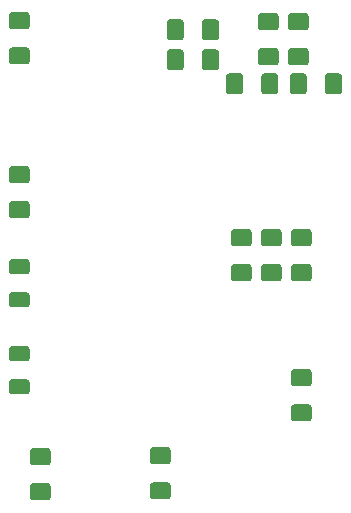
<source format=gbr>
G04 #@! TF.GenerationSoftware,KiCad,Pcbnew,5.0.2-bee76a0~70~ubuntu16.04.1*
G04 #@! TF.CreationDate,2019-03-04T23:23:01-05:00*
G04 #@! TF.ProjectId,Unified,556e6966-6965-4642-9e6b-696361645f70,rev?*
G04 #@! TF.SameCoordinates,Original*
G04 #@! TF.FileFunction,Paste,Top*
G04 #@! TF.FilePolarity,Positive*
%FSLAX46Y46*%
G04 Gerber Fmt 4.6, Leading zero omitted, Abs format (unit mm)*
G04 Created by KiCad (PCBNEW 5.0.2-bee76a0~70~ubuntu16.04.1) date Mon 04 Mar 2019 11:23:01 PM EST*
%MOMM*%
%LPD*%
G01*
G04 APERTURE LIST*
%ADD10C,0.100000*%
%ADD11C,1.425000*%
%ADD12C,1.250000*%
G04 APERTURE END LIST*
D10*
G04 #@! TO.C,C3*
G36*
X89041504Y-83870704D02*
X89065773Y-83874304D01*
X89089571Y-83880265D01*
X89112671Y-83888530D01*
X89134849Y-83899020D01*
X89155893Y-83911633D01*
X89175598Y-83926247D01*
X89193777Y-83942723D01*
X89210253Y-83960902D01*
X89224867Y-83980607D01*
X89237480Y-84001651D01*
X89247970Y-84023829D01*
X89256235Y-84046929D01*
X89262196Y-84070727D01*
X89265796Y-84094996D01*
X89267000Y-84119500D01*
X89267000Y-85044500D01*
X89265796Y-85069004D01*
X89262196Y-85093273D01*
X89256235Y-85117071D01*
X89247970Y-85140171D01*
X89237480Y-85162349D01*
X89224867Y-85183393D01*
X89210253Y-85203098D01*
X89193777Y-85221277D01*
X89175598Y-85237753D01*
X89155893Y-85252367D01*
X89134849Y-85264980D01*
X89112671Y-85275470D01*
X89089571Y-85283735D01*
X89065773Y-85289696D01*
X89041504Y-85293296D01*
X89017000Y-85294500D01*
X87767000Y-85294500D01*
X87742496Y-85293296D01*
X87718227Y-85289696D01*
X87694429Y-85283735D01*
X87671329Y-85275470D01*
X87649151Y-85264980D01*
X87628107Y-85252367D01*
X87608402Y-85237753D01*
X87590223Y-85221277D01*
X87573747Y-85203098D01*
X87559133Y-85183393D01*
X87546520Y-85162349D01*
X87536030Y-85140171D01*
X87527765Y-85117071D01*
X87521804Y-85093273D01*
X87518204Y-85069004D01*
X87517000Y-85044500D01*
X87517000Y-84119500D01*
X87518204Y-84094996D01*
X87521804Y-84070727D01*
X87527765Y-84046929D01*
X87536030Y-84023829D01*
X87546520Y-84001651D01*
X87559133Y-83980607D01*
X87573747Y-83960902D01*
X87590223Y-83942723D01*
X87608402Y-83926247D01*
X87628107Y-83911633D01*
X87649151Y-83899020D01*
X87671329Y-83888530D01*
X87694429Y-83880265D01*
X87718227Y-83874304D01*
X87742496Y-83870704D01*
X87767000Y-83869500D01*
X89017000Y-83869500D01*
X89041504Y-83870704D01*
X89041504Y-83870704D01*
G37*
D11*
X88392000Y-84582000D03*
D10*
G36*
X89041504Y-80895704D02*
X89065773Y-80899304D01*
X89089571Y-80905265D01*
X89112671Y-80913530D01*
X89134849Y-80924020D01*
X89155893Y-80936633D01*
X89175598Y-80951247D01*
X89193777Y-80967723D01*
X89210253Y-80985902D01*
X89224867Y-81005607D01*
X89237480Y-81026651D01*
X89247970Y-81048829D01*
X89256235Y-81071929D01*
X89262196Y-81095727D01*
X89265796Y-81119996D01*
X89267000Y-81144500D01*
X89267000Y-82069500D01*
X89265796Y-82094004D01*
X89262196Y-82118273D01*
X89256235Y-82142071D01*
X89247970Y-82165171D01*
X89237480Y-82187349D01*
X89224867Y-82208393D01*
X89210253Y-82228098D01*
X89193777Y-82246277D01*
X89175598Y-82262753D01*
X89155893Y-82277367D01*
X89134849Y-82289980D01*
X89112671Y-82300470D01*
X89089571Y-82308735D01*
X89065773Y-82314696D01*
X89041504Y-82318296D01*
X89017000Y-82319500D01*
X87767000Y-82319500D01*
X87742496Y-82318296D01*
X87718227Y-82314696D01*
X87694429Y-82308735D01*
X87671329Y-82300470D01*
X87649151Y-82289980D01*
X87628107Y-82277367D01*
X87608402Y-82262753D01*
X87590223Y-82246277D01*
X87573747Y-82228098D01*
X87559133Y-82208393D01*
X87546520Y-82187349D01*
X87536030Y-82165171D01*
X87527765Y-82142071D01*
X87521804Y-82118273D01*
X87518204Y-82094004D01*
X87517000Y-82069500D01*
X87517000Y-81144500D01*
X87518204Y-81119996D01*
X87521804Y-81095727D01*
X87527765Y-81071929D01*
X87536030Y-81048829D01*
X87546520Y-81026651D01*
X87559133Y-81005607D01*
X87573747Y-80985902D01*
X87590223Y-80967723D01*
X87608402Y-80951247D01*
X87628107Y-80936633D01*
X87649151Y-80924020D01*
X87671329Y-80913530D01*
X87694429Y-80905265D01*
X87718227Y-80899304D01*
X87742496Y-80895704D01*
X87767000Y-80894500D01*
X89017000Y-80894500D01*
X89041504Y-80895704D01*
X89041504Y-80895704D01*
G37*
D11*
X88392000Y-81607000D03*
G04 #@! TD*
D10*
G04 #@! TO.C,D1*
G36*
X110123504Y-67941704D02*
X110147773Y-67945304D01*
X110171571Y-67951265D01*
X110194671Y-67959530D01*
X110216849Y-67970020D01*
X110237893Y-67982633D01*
X110257598Y-67997247D01*
X110275777Y-68013723D01*
X110292253Y-68031902D01*
X110306867Y-68051607D01*
X110319480Y-68072651D01*
X110329970Y-68094829D01*
X110338235Y-68117929D01*
X110344196Y-68141727D01*
X110347796Y-68165996D01*
X110349000Y-68190500D01*
X110349000Y-69115500D01*
X110347796Y-69140004D01*
X110344196Y-69164273D01*
X110338235Y-69188071D01*
X110329970Y-69211171D01*
X110319480Y-69233349D01*
X110306867Y-69254393D01*
X110292253Y-69274098D01*
X110275777Y-69292277D01*
X110257598Y-69308753D01*
X110237893Y-69323367D01*
X110216849Y-69335980D01*
X110194671Y-69346470D01*
X110171571Y-69354735D01*
X110147773Y-69360696D01*
X110123504Y-69364296D01*
X110099000Y-69365500D01*
X108849000Y-69365500D01*
X108824496Y-69364296D01*
X108800227Y-69360696D01*
X108776429Y-69354735D01*
X108753329Y-69346470D01*
X108731151Y-69335980D01*
X108710107Y-69323367D01*
X108690402Y-69308753D01*
X108672223Y-69292277D01*
X108655747Y-69274098D01*
X108641133Y-69254393D01*
X108628520Y-69233349D01*
X108618030Y-69211171D01*
X108609765Y-69188071D01*
X108603804Y-69164273D01*
X108600204Y-69140004D01*
X108599000Y-69115500D01*
X108599000Y-68190500D01*
X108600204Y-68165996D01*
X108603804Y-68141727D01*
X108609765Y-68117929D01*
X108618030Y-68094829D01*
X108628520Y-68072651D01*
X108641133Y-68051607D01*
X108655747Y-68031902D01*
X108672223Y-68013723D01*
X108690402Y-67997247D01*
X108710107Y-67982633D01*
X108731151Y-67970020D01*
X108753329Y-67959530D01*
X108776429Y-67951265D01*
X108800227Y-67945304D01*
X108824496Y-67941704D01*
X108849000Y-67940500D01*
X110099000Y-67940500D01*
X110123504Y-67941704D01*
X110123504Y-67941704D01*
G37*
D11*
X109474000Y-68653000D03*
D10*
G36*
X110123504Y-70916704D02*
X110147773Y-70920304D01*
X110171571Y-70926265D01*
X110194671Y-70934530D01*
X110216849Y-70945020D01*
X110237893Y-70957633D01*
X110257598Y-70972247D01*
X110275777Y-70988723D01*
X110292253Y-71006902D01*
X110306867Y-71026607D01*
X110319480Y-71047651D01*
X110329970Y-71069829D01*
X110338235Y-71092929D01*
X110344196Y-71116727D01*
X110347796Y-71140996D01*
X110349000Y-71165500D01*
X110349000Y-72090500D01*
X110347796Y-72115004D01*
X110344196Y-72139273D01*
X110338235Y-72163071D01*
X110329970Y-72186171D01*
X110319480Y-72208349D01*
X110306867Y-72229393D01*
X110292253Y-72249098D01*
X110275777Y-72267277D01*
X110257598Y-72283753D01*
X110237893Y-72298367D01*
X110216849Y-72310980D01*
X110194671Y-72321470D01*
X110171571Y-72329735D01*
X110147773Y-72335696D01*
X110123504Y-72339296D01*
X110099000Y-72340500D01*
X108849000Y-72340500D01*
X108824496Y-72339296D01*
X108800227Y-72335696D01*
X108776429Y-72329735D01*
X108753329Y-72321470D01*
X108731151Y-72310980D01*
X108710107Y-72298367D01*
X108690402Y-72283753D01*
X108672223Y-72267277D01*
X108655747Y-72249098D01*
X108641133Y-72229393D01*
X108628520Y-72208349D01*
X108618030Y-72186171D01*
X108609765Y-72163071D01*
X108603804Y-72139273D01*
X108600204Y-72115004D01*
X108599000Y-72090500D01*
X108599000Y-71165500D01*
X108600204Y-71140996D01*
X108603804Y-71116727D01*
X108609765Y-71092929D01*
X108618030Y-71069829D01*
X108628520Y-71047651D01*
X108641133Y-71026607D01*
X108655747Y-71006902D01*
X108672223Y-70988723D01*
X108690402Y-70972247D01*
X108710107Y-70957633D01*
X108731151Y-70945020D01*
X108753329Y-70934530D01*
X108776429Y-70926265D01*
X108800227Y-70920304D01*
X108824496Y-70916704D01*
X108849000Y-70915500D01*
X110099000Y-70915500D01*
X110123504Y-70916704D01*
X110123504Y-70916704D01*
G37*
D11*
X109474000Y-71628000D03*
G04 #@! TD*
D10*
G04 #@! TO.C,R1*
G36*
X107113004Y-73040204D02*
X107137273Y-73043804D01*
X107161071Y-73049765D01*
X107184171Y-73058030D01*
X107206349Y-73068520D01*
X107227393Y-73081133D01*
X107247098Y-73095747D01*
X107265277Y-73112223D01*
X107281753Y-73130402D01*
X107296367Y-73150107D01*
X107308980Y-73171151D01*
X107319470Y-73193329D01*
X107327735Y-73216429D01*
X107333696Y-73240227D01*
X107337296Y-73264496D01*
X107338500Y-73289000D01*
X107338500Y-74539000D01*
X107337296Y-74563504D01*
X107333696Y-74587773D01*
X107327735Y-74611571D01*
X107319470Y-74634671D01*
X107308980Y-74656849D01*
X107296367Y-74677893D01*
X107281753Y-74697598D01*
X107265277Y-74715777D01*
X107247098Y-74732253D01*
X107227393Y-74746867D01*
X107206349Y-74759480D01*
X107184171Y-74769970D01*
X107161071Y-74778235D01*
X107137273Y-74784196D01*
X107113004Y-74787796D01*
X107088500Y-74789000D01*
X106163500Y-74789000D01*
X106138996Y-74787796D01*
X106114727Y-74784196D01*
X106090929Y-74778235D01*
X106067829Y-74769970D01*
X106045651Y-74759480D01*
X106024607Y-74746867D01*
X106004902Y-74732253D01*
X105986723Y-74715777D01*
X105970247Y-74697598D01*
X105955633Y-74677893D01*
X105943020Y-74656849D01*
X105932530Y-74634671D01*
X105924265Y-74611571D01*
X105918304Y-74587773D01*
X105914704Y-74563504D01*
X105913500Y-74539000D01*
X105913500Y-73289000D01*
X105914704Y-73264496D01*
X105918304Y-73240227D01*
X105924265Y-73216429D01*
X105932530Y-73193329D01*
X105943020Y-73171151D01*
X105955633Y-73150107D01*
X105970247Y-73130402D01*
X105986723Y-73112223D01*
X106004902Y-73095747D01*
X106024607Y-73081133D01*
X106045651Y-73068520D01*
X106067829Y-73058030D01*
X106090929Y-73049765D01*
X106114727Y-73043804D01*
X106138996Y-73040204D01*
X106163500Y-73039000D01*
X107088500Y-73039000D01*
X107113004Y-73040204D01*
X107113004Y-73040204D01*
G37*
D11*
X106626000Y-73914000D03*
D10*
G36*
X110088004Y-73040204D02*
X110112273Y-73043804D01*
X110136071Y-73049765D01*
X110159171Y-73058030D01*
X110181349Y-73068520D01*
X110202393Y-73081133D01*
X110222098Y-73095747D01*
X110240277Y-73112223D01*
X110256753Y-73130402D01*
X110271367Y-73150107D01*
X110283980Y-73171151D01*
X110294470Y-73193329D01*
X110302735Y-73216429D01*
X110308696Y-73240227D01*
X110312296Y-73264496D01*
X110313500Y-73289000D01*
X110313500Y-74539000D01*
X110312296Y-74563504D01*
X110308696Y-74587773D01*
X110302735Y-74611571D01*
X110294470Y-74634671D01*
X110283980Y-74656849D01*
X110271367Y-74677893D01*
X110256753Y-74697598D01*
X110240277Y-74715777D01*
X110222098Y-74732253D01*
X110202393Y-74746867D01*
X110181349Y-74759480D01*
X110159171Y-74769970D01*
X110136071Y-74778235D01*
X110112273Y-74784196D01*
X110088004Y-74787796D01*
X110063500Y-74789000D01*
X109138500Y-74789000D01*
X109113996Y-74787796D01*
X109089727Y-74784196D01*
X109065929Y-74778235D01*
X109042829Y-74769970D01*
X109020651Y-74759480D01*
X108999607Y-74746867D01*
X108979902Y-74732253D01*
X108961723Y-74715777D01*
X108945247Y-74697598D01*
X108930633Y-74677893D01*
X108918020Y-74656849D01*
X108907530Y-74634671D01*
X108899265Y-74611571D01*
X108893304Y-74587773D01*
X108889704Y-74563504D01*
X108888500Y-74539000D01*
X108888500Y-73289000D01*
X108889704Y-73264496D01*
X108893304Y-73240227D01*
X108899265Y-73216429D01*
X108907530Y-73193329D01*
X108918020Y-73171151D01*
X108930633Y-73150107D01*
X108945247Y-73130402D01*
X108961723Y-73112223D01*
X108979902Y-73095747D01*
X108999607Y-73081133D01*
X109020651Y-73068520D01*
X109042829Y-73058030D01*
X109065929Y-73049765D01*
X109089727Y-73043804D01*
X109113996Y-73040204D01*
X109138500Y-73039000D01*
X110063500Y-73039000D01*
X110088004Y-73040204D01*
X110088004Y-73040204D01*
G37*
D11*
X109601000Y-73914000D03*
G04 #@! TD*
D10*
G04 #@! TO.C,R2*
G36*
X89041504Y-70843704D02*
X89065773Y-70847304D01*
X89089571Y-70853265D01*
X89112671Y-70861530D01*
X89134849Y-70872020D01*
X89155893Y-70884633D01*
X89175598Y-70899247D01*
X89193777Y-70915723D01*
X89210253Y-70933902D01*
X89224867Y-70953607D01*
X89237480Y-70974651D01*
X89247970Y-70996829D01*
X89256235Y-71019929D01*
X89262196Y-71043727D01*
X89265796Y-71067996D01*
X89267000Y-71092500D01*
X89267000Y-72017500D01*
X89265796Y-72042004D01*
X89262196Y-72066273D01*
X89256235Y-72090071D01*
X89247970Y-72113171D01*
X89237480Y-72135349D01*
X89224867Y-72156393D01*
X89210253Y-72176098D01*
X89193777Y-72194277D01*
X89175598Y-72210753D01*
X89155893Y-72225367D01*
X89134849Y-72237980D01*
X89112671Y-72248470D01*
X89089571Y-72256735D01*
X89065773Y-72262696D01*
X89041504Y-72266296D01*
X89017000Y-72267500D01*
X87767000Y-72267500D01*
X87742496Y-72266296D01*
X87718227Y-72262696D01*
X87694429Y-72256735D01*
X87671329Y-72248470D01*
X87649151Y-72237980D01*
X87628107Y-72225367D01*
X87608402Y-72210753D01*
X87590223Y-72194277D01*
X87573747Y-72176098D01*
X87559133Y-72156393D01*
X87546520Y-72135349D01*
X87536030Y-72113171D01*
X87527765Y-72090071D01*
X87521804Y-72066273D01*
X87518204Y-72042004D01*
X87517000Y-72017500D01*
X87517000Y-71092500D01*
X87518204Y-71067996D01*
X87521804Y-71043727D01*
X87527765Y-71019929D01*
X87536030Y-70996829D01*
X87546520Y-70974651D01*
X87559133Y-70953607D01*
X87573747Y-70933902D01*
X87590223Y-70915723D01*
X87608402Y-70899247D01*
X87628107Y-70884633D01*
X87649151Y-70872020D01*
X87671329Y-70861530D01*
X87694429Y-70853265D01*
X87718227Y-70847304D01*
X87742496Y-70843704D01*
X87767000Y-70842500D01*
X89017000Y-70842500D01*
X89041504Y-70843704D01*
X89041504Y-70843704D01*
G37*
D11*
X88392000Y-71555000D03*
D10*
G36*
X89041504Y-67868704D02*
X89065773Y-67872304D01*
X89089571Y-67878265D01*
X89112671Y-67886530D01*
X89134849Y-67897020D01*
X89155893Y-67909633D01*
X89175598Y-67924247D01*
X89193777Y-67940723D01*
X89210253Y-67958902D01*
X89224867Y-67978607D01*
X89237480Y-67999651D01*
X89247970Y-68021829D01*
X89256235Y-68044929D01*
X89262196Y-68068727D01*
X89265796Y-68092996D01*
X89267000Y-68117500D01*
X89267000Y-69042500D01*
X89265796Y-69067004D01*
X89262196Y-69091273D01*
X89256235Y-69115071D01*
X89247970Y-69138171D01*
X89237480Y-69160349D01*
X89224867Y-69181393D01*
X89210253Y-69201098D01*
X89193777Y-69219277D01*
X89175598Y-69235753D01*
X89155893Y-69250367D01*
X89134849Y-69262980D01*
X89112671Y-69273470D01*
X89089571Y-69281735D01*
X89065773Y-69287696D01*
X89041504Y-69291296D01*
X89017000Y-69292500D01*
X87767000Y-69292500D01*
X87742496Y-69291296D01*
X87718227Y-69287696D01*
X87694429Y-69281735D01*
X87671329Y-69273470D01*
X87649151Y-69262980D01*
X87628107Y-69250367D01*
X87608402Y-69235753D01*
X87590223Y-69219277D01*
X87573747Y-69201098D01*
X87559133Y-69181393D01*
X87546520Y-69160349D01*
X87536030Y-69138171D01*
X87527765Y-69115071D01*
X87521804Y-69091273D01*
X87518204Y-69067004D01*
X87517000Y-69042500D01*
X87517000Y-68117500D01*
X87518204Y-68092996D01*
X87521804Y-68068727D01*
X87527765Y-68044929D01*
X87536030Y-68021829D01*
X87546520Y-67999651D01*
X87559133Y-67978607D01*
X87573747Y-67958902D01*
X87590223Y-67940723D01*
X87608402Y-67924247D01*
X87628107Y-67909633D01*
X87649151Y-67897020D01*
X87671329Y-67886530D01*
X87694429Y-67878265D01*
X87718227Y-67872304D01*
X87742496Y-67868704D01*
X87767000Y-67867500D01*
X89017000Y-67867500D01*
X89041504Y-67868704D01*
X89041504Y-67868704D01*
G37*
D11*
X88392000Y-68580000D03*
G04 #@! TD*
D10*
G04 #@! TO.C,R3*
G36*
X90819504Y-104771704D02*
X90843773Y-104775304D01*
X90867571Y-104781265D01*
X90890671Y-104789530D01*
X90912849Y-104800020D01*
X90933893Y-104812633D01*
X90953598Y-104827247D01*
X90971777Y-104843723D01*
X90988253Y-104861902D01*
X91002867Y-104881607D01*
X91015480Y-104902651D01*
X91025970Y-104924829D01*
X91034235Y-104947929D01*
X91040196Y-104971727D01*
X91043796Y-104995996D01*
X91045000Y-105020500D01*
X91045000Y-105945500D01*
X91043796Y-105970004D01*
X91040196Y-105994273D01*
X91034235Y-106018071D01*
X91025970Y-106041171D01*
X91015480Y-106063349D01*
X91002867Y-106084393D01*
X90988253Y-106104098D01*
X90971777Y-106122277D01*
X90953598Y-106138753D01*
X90933893Y-106153367D01*
X90912849Y-106165980D01*
X90890671Y-106176470D01*
X90867571Y-106184735D01*
X90843773Y-106190696D01*
X90819504Y-106194296D01*
X90795000Y-106195500D01*
X89545000Y-106195500D01*
X89520496Y-106194296D01*
X89496227Y-106190696D01*
X89472429Y-106184735D01*
X89449329Y-106176470D01*
X89427151Y-106165980D01*
X89406107Y-106153367D01*
X89386402Y-106138753D01*
X89368223Y-106122277D01*
X89351747Y-106104098D01*
X89337133Y-106084393D01*
X89324520Y-106063349D01*
X89314030Y-106041171D01*
X89305765Y-106018071D01*
X89299804Y-105994273D01*
X89296204Y-105970004D01*
X89295000Y-105945500D01*
X89295000Y-105020500D01*
X89296204Y-104995996D01*
X89299804Y-104971727D01*
X89305765Y-104947929D01*
X89314030Y-104924829D01*
X89324520Y-104902651D01*
X89337133Y-104881607D01*
X89351747Y-104861902D01*
X89368223Y-104843723D01*
X89386402Y-104827247D01*
X89406107Y-104812633D01*
X89427151Y-104800020D01*
X89449329Y-104789530D01*
X89472429Y-104781265D01*
X89496227Y-104775304D01*
X89520496Y-104771704D01*
X89545000Y-104770500D01*
X90795000Y-104770500D01*
X90819504Y-104771704D01*
X90819504Y-104771704D01*
G37*
D11*
X90170000Y-105483000D03*
D10*
G36*
X90819504Y-107746704D02*
X90843773Y-107750304D01*
X90867571Y-107756265D01*
X90890671Y-107764530D01*
X90912849Y-107775020D01*
X90933893Y-107787633D01*
X90953598Y-107802247D01*
X90971777Y-107818723D01*
X90988253Y-107836902D01*
X91002867Y-107856607D01*
X91015480Y-107877651D01*
X91025970Y-107899829D01*
X91034235Y-107922929D01*
X91040196Y-107946727D01*
X91043796Y-107970996D01*
X91045000Y-107995500D01*
X91045000Y-108920500D01*
X91043796Y-108945004D01*
X91040196Y-108969273D01*
X91034235Y-108993071D01*
X91025970Y-109016171D01*
X91015480Y-109038349D01*
X91002867Y-109059393D01*
X90988253Y-109079098D01*
X90971777Y-109097277D01*
X90953598Y-109113753D01*
X90933893Y-109128367D01*
X90912849Y-109140980D01*
X90890671Y-109151470D01*
X90867571Y-109159735D01*
X90843773Y-109165696D01*
X90819504Y-109169296D01*
X90795000Y-109170500D01*
X89545000Y-109170500D01*
X89520496Y-109169296D01*
X89496227Y-109165696D01*
X89472429Y-109159735D01*
X89449329Y-109151470D01*
X89427151Y-109140980D01*
X89406107Y-109128367D01*
X89386402Y-109113753D01*
X89368223Y-109097277D01*
X89351747Y-109079098D01*
X89337133Y-109059393D01*
X89324520Y-109038349D01*
X89314030Y-109016171D01*
X89305765Y-108993071D01*
X89299804Y-108969273D01*
X89296204Y-108945004D01*
X89295000Y-108920500D01*
X89295000Y-107995500D01*
X89296204Y-107970996D01*
X89299804Y-107946727D01*
X89305765Y-107922929D01*
X89314030Y-107899829D01*
X89324520Y-107877651D01*
X89337133Y-107856607D01*
X89351747Y-107836902D01*
X89368223Y-107818723D01*
X89386402Y-107802247D01*
X89406107Y-107787633D01*
X89427151Y-107775020D01*
X89449329Y-107764530D01*
X89472429Y-107756265D01*
X89496227Y-107750304D01*
X89520496Y-107746704D01*
X89545000Y-107745500D01*
X90795000Y-107745500D01*
X90819504Y-107746704D01*
X90819504Y-107746704D01*
G37*
D11*
X90170000Y-108458000D03*
G04 #@! TD*
D10*
G04 #@! TO.C,R4*
G36*
X100979504Y-107673704D02*
X101003773Y-107677304D01*
X101027571Y-107683265D01*
X101050671Y-107691530D01*
X101072849Y-107702020D01*
X101093893Y-107714633D01*
X101113598Y-107729247D01*
X101131777Y-107745723D01*
X101148253Y-107763902D01*
X101162867Y-107783607D01*
X101175480Y-107804651D01*
X101185970Y-107826829D01*
X101194235Y-107849929D01*
X101200196Y-107873727D01*
X101203796Y-107897996D01*
X101205000Y-107922500D01*
X101205000Y-108847500D01*
X101203796Y-108872004D01*
X101200196Y-108896273D01*
X101194235Y-108920071D01*
X101185970Y-108943171D01*
X101175480Y-108965349D01*
X101162867Y-108986393D01*
X101148253Y-109006098D01*
X101131777Y-109024277D01*
X101113598Y-109040753D01*
X101093893Y-109055367D01*
X101072849Y-109067980D01*
X101050671Y-109078470D01*
X101027571Y-109086735D01*
X101003773Y-109092696D01*
X100979504Y-109096296D01*
X100955000Y-109097500D01*
X99705000Y-109097500D01*
X99680496Y-109096296D01*
X99656227Y-109092696D01*
X99632429Y-109086735D01*
X99609329Y-109078470D01*
X99587151Y-109067980D01*
X99566107Y-109055367D01*
X99546402Y-109040753D01*
X99528223Y-109024277D01*
X99511747Y-109006098D01*
X99497133Y-108986393D01*
X99484520Y-108965349D01*
X99474030Y-108943171D01*
X99465765Y-108920071D01*
X99459804Y-108896273D01*
X99456204Y-108872004D01*
X99455000Y-108847500D01*
X99455000Y-107922500D01*
X99456204Y-107897996D01*
X99459804Y-107873727D01*
X99465765Y-107849929D01*
X99474030Y-107826829D01*
X99484520Y-107804651D01*
X99497133Y-107783607D01*
X99511747Y-107763902D01*
X99528223Y-107745723D01*
X99546402Y-107729247D01*
X99566107Y-107714633D01*
X99587151Y-107702020D01*
X99609329Y-107691530D01*
X99632429Y-107683265D01*
X99656227Y-107677304D01*
X99680496Y-107673704D01*
X99705000Y-107672500D01*
X100955000Y-107672500D01*
X100979504Y-107673704D01*
X100979504Y-107673704D01*
G37*
D11*
X100330000Y-108385000D03*
D10*
G36*
X100979504Y-104698704D02*
X101003773Y-104702304D01*
X101027571Y-104708265D01*
X101050671Y-104716530D01*
X101072849Y-104727020D01*
X101093893Y-104739633D01*
X101113598Y-104754247D01*
X101131777Y-104770723D01*
X101148253Y-104788902D01*
X101162867Y-104808607D01*
X101175480Y-104829651D01*
X101185970Y-104851829D01*
X101194235Y-104874929D01*
X101200196Y-104898727D01*
X101203796Y-104922996D01*
X101205000Y-104947500D01*
X101205000Y-105872500D01*
X101203796Y-105897004D01*
X101200196Y-105921273D01*
X101194235Y-105945071D01*
X101185970Y-105968171D01*
X101175480Y-105990349D01*
X101162867Y-106011393D01*
X101148253Y-106031098D01*
X101131777Y-106049277D01*
X101113598Y-106065753D01*
X101093893Y-106080367D01*
X101072849Y-106092980D01*
X101050671Y-106103470D01*
X101027571Y-106111735D01*
X101003773Y-106117696D01*
X100979504Y-106121296D01*
X100955000Y-106122500D01*
X99705000Y-106122500D01*
X99680496Y-106121296D01*
X99656227Y-106117696D01*
X99632429Y-106111735D01*
X99609329Y-106103470D01*
X99587151Y-106092980D01*
X99566107Y-106080367D01*
X99546402Y-106065753D01*
X99528223Y-106049277D01*
X99511747Y-106031098D01*
X99497133Y-106011393D01*
X99484520Y-105990349D01*
X99474030Y-105968171D01*
X99465765Y-105945071D01*
X99459804Y-105921273D01*
X99456204Y-105897004D01*
X99455000Y-105872500D01*
X99455000Y-104947500D01*
X99456204Y-104922996D01*
X99459804Y-104898727D01*
X99465765Y-104874929D01*
X99474030Y-104851829D01*
X99484520Y-104829651D01*
X99497133Y-104808607D01*
X99511747Y-104788902D01*
X99528223Y-104770723D01*
X99546402Y-104754247D01*
X99566107Y-104739633D01*
X99587151Y-104727020D01*
X99609329Y-104716530D01*
X99632429Y-104708265D01*
X99656227Y-104702304D01*
X99680496Y-104698704D01*
X99705000Y-104697500D01*
X100955000Y-104697500D01*
X100979504Y-104698704D01*
X100979504Y-104698704D01*
G37*
D11*
X100330000Y-105410000D03*
G04 #@! TD*
D10*
G04 #@! TO.C,R5*
G36*
X112917504Y-101069704D02*
X112941773Y-101073304D01*
X112965571Y-101079265D01*
X112988671Y-101087530D01*
X113010849Y-101098020D01*
X113031893Y-101110633D01*
X113051598Y-101125247D01*
X113069777Y-101141723D01*
X113086253Y-101159902D01*
X113100867Y-101179607D01*
X113113480Y-101200651D01*
X113123970Y-101222829D01*
X113132235Y-101245929D01*
X113138196Y-101269727D01*
X113141796Y-101293996D01*
X113143000Y-101318500D01*
X113143000Y-102243500D01*
X113141796Y-102268004D01*
X113138196Y-102292273D01*
X113132235Y-102316071D01*
X113123970Y-102339171D01*
X113113480Y-102361349D01*
X113100867Y-102382393D01*
X113086253Y-102402098D01*
X113069777Y-102420277D01*
X113051598Y-102436753D01*
X113031893Y-102451367D01*
X113010849Y-102463980D01*
X112988671Y-102474470D01*
X112965571Y-102482735D01*
X112941773Y-102488696D01*
X112917504Y-102492296D01*
X112893000Y-102493500D01*
X111643000Y-102493500D01*
X111618496Y-102492296D01*
X111594227Y-102488696D01*
X111570429Y-102482735D01*
X111547329Y-102474470D01*
X111525151Y-102463980D01*
X111504107Y-102451367D01*
X111484402Y-102436753D01*
X111466223Y-102420277D01*
X111449747Y-102402098D01*
X111435133Y-102382393D01*
X111422520Y-102361349D01*
X111412030Y-102339171D01*
X111403765Y-102316071D01*
X111397804Y-102292273D01*
X111394204Y-102268004D01*
X111393000Y-102243500D01*
X111393000Y-101318500D01*
X111394204Y-101293996D01*
X111397804Y-101269727D01*
X111403765Y-101245929D01*
X111412030Y-101222829D01*
X111422520Y-101200651D01*
X111435133Y-101179607D01*
X111449747Y-101159902D01*
X111466223Y-101141723D01*
X111484402Y-101125247D01*
X111504107Y-101110633D01*
X111525151Y-101098020D01*
X111547329Y-101087530D01*
X111570429Y-101079265D01*
X111594227Y-101073304D01*
X111618496Y-101069704D01*
X111643000Y-101068500D01*
X112893000Y-101068500D01*
X112917504Y-101069704D01*
X112917504Y-101069704D01*
G37*
D11*
X112268000Y-101781000D03*
D10*
G36*
X112917504Y-98094704D02*
X112941773Y-98098304D01*
X112965571Y-98104265D01*
X112988671Y-98112530D01*
X113010849Y-98123020D01*
X113031893Y-98135633D01*
X113051598Y-98150247D01*
X113069777Y-98166723D01*
X113086253Y-98184902D01*
X113100867Y-98204607D01*
X113113480Y-98225651D01*
X113123970Y-98247829D01*
X113132235Y-98270929D01*
X113138196Y-98294727D01*
X113141796Y-98318996D01*
X113143000Y-98343500D01*
X113143000Y-99268500D01*
X113141796Y-99293004D01*
X113138196Y-99317273D01*
X113132235Y-99341071D01*
X113123970Y-99364171D01*
X113113480Y-99386349D01*
X113100867Y-99407393D01*
X113086253Y-99427098D01*
X113069777Y-99445277D01*
X113051598Y-99461753D01*
X113031893Y-99476367D01*
X113010849Y-99488980D01*
X112988671Y-99499470D01*
X112965571Y-99507735D01*
X112941773Y-99513696D01*
X112917504Y-99517296D01*
X112893000Y-99518500D01*
X111643000Y-99518500D01*
X111618496Y-99517296D01*
X111594227Y-99513696D01*
X111570429Y-99507735D01*
X111547329Y-99499470D01*
X111525151Y-99488980D01*
X111504107Y-99476367D01*
X111484402Y-99461753D01*
X111466223Y-99445277D01*
X111449747Y-99427098D01*
X111435133Y-99407393D01*
X111422520Y-99386349D01*
X111412030Y-99364171D01*
X111403765Y-99341071D01*
X111397804Y-99317273D01*
X111394204Y-99293004D01*
X111393000Y-99268500D01*
X111393000Y-98343500D01*
X111394204Y-98318996D01*
X111397804Y-98294727D01*
X111403765Y-98270929D01*
X111412030Y-98247829D01*
X111422520Y-98225651D01*
X111435133Y-98204607D01*
X111449747Y-98184902D01*
X111466223Y-98166723D01*
X111484402Y-98150247D01*
X111504107Y-98135633D01*
X111525151Y-98123020D01*
X111547329Y-98112530D01*
X111570429Y-98104265D01*
X111594227Y-98098304D01*
X111618496Y-98094704D01*
X111643000Y-98093500D01*
X112893000Y-98093500D01*
X112917504Y-98094704D01*
X112917504Y-98094704D01*
G37*
D11*
X112268000Y-98806000D03*
G04 #@! TD*
D10*
G04 #@! TO.C,C1*
G36*
X89041504Y-88778204D02*
X89065773Y-88781804D01*
X89089571Y-88787765D01*
X89112671Y-88796030D01*
X89134849Y-88806520D01*
X89155893Y-88819133D01*
X89175598Y-88833747D01*
X89193777Y-88850223D01*
X89210253Y-88868402D01*
X89224867Y-88888107D01*
X89237480Y-88909151D01*
X89247970Y-88931329D01*
X89256235Y-88954429D01*
X89262196Y-88978227D01*
X89265796Y-89002496D01*
X89267000Y-89027000D01*
X89267000Y-89777000D01*
X89265796Y-89801504D01*
X89262196Y-89825773D01*
X89256235Y-89849571D01*
X89247970Y-89872671D01*
X89237480Y-89894849D01*
X89224867Y-89915893D01*
X89210253Y-89935598D01*
X89193777Y-89953777D01*
X89175598Y-89970253D01*
X89155893Y-89984867D01*
X89134849Y-89997480D01*
X89112671Y-90007970D01*
X89089571Y-90016235D01*
X89065773Y-90022196D01*
X89041504Y-90025796D01*
X89017000Y-90027000D01*
X87767000Y-90027000D01*
X87742496Y-90025796D01*
X87718227Y-90022196D01*
X87694429Y-90016235D01*
X87671329Y-90007970D01*
X87649151Y-89997480D01*
X87628107Y-89984867D01*
X87608402Y-89970253D01*
X87590223Y-89953777D01*
X87573747Y-89935598D01*
X87559133Y-89915893D01*
X87546520Y-89894849D01*
X87536030Y-89872671D01*
X87527765Y-89849571D01*
X87521804Y-89825773D01*
X87518204Y-89801504D01*
X87517000Y-89777000D01*
X87517000Y-89027000D01*
X87518204Y-89002496D01*
X87521804Y-88978227D01*
X87527765Y-88954429D01*
X87536030Y-88931329D01*
X87546520Y-88909151D01*
X87559133Y-88888107D01*
X87573747Y-88868402D01*
X87590223Y-88850223D01*
X87608402Y-88833747D01*
X87628107Y-88819133D01*
X87649151Y-88806520D01*
X87671329Y-88796030D01*
X87694429Y-88787765D01*
X87718227Y-88781804D01*
X87742496Y-88778204D01*
X87767000Y-88777000D01*
X89017000Y-88777000D01*
X89041504Y-88778204D01*
X89041504Y-88778204D01*
G37*
D12*
X88392000Y-89402000D03*
D10*
G36*
X89041504Y-91578204D02*
X89065773Y-91581804D01*
X89089571Y-91587765D01*
X89112671Y-91596030D01*
X89134849Y-91606520D01*
X89155893Y-91619133D01*
X89175598Y-91633747D01*
X89193777Y-91650223D01*
X89210253Y-91668402D01*
X89224867Y-91688107D01*
X89237480Y-91709151D01*
X89247970Y-91731329D01*
X89256235Y-91754429D01*
X89262196Y-91778227D01*
X89265796Y-91802496D01*
X89267000Y-91827000D01*
X89267000Y-92577000D01*
X89265796Y-92601504D01*
X89262196Y-92625773D01*
X89256235Y-92649571D01*
X89247970Y-92672671D01*
X89237480Y-92694849D01*
X89224867Y-92715893D01*
X89210253Y-92735598D01*
X89193777Y-92753777D01*
X89175598Y-92770253D01*
X89155893Y-92784867D01*
X89134849Y-92797480D01*
X89112671Y-92807970D01*
X89089571Y-92816235D01*
X89065773Y-92822196D01*
X89041504Y-92825796D01*
X89017000Y-92827000D01*
X87767000Y-92827000D01*
X87742496Y-92825796D01*
X87718227Y-92822196D01*
X87694429Y-92816235D01*
X87671329Y-92807970D01*
X87649151Y-92797480D01*
X87628107Y-92784867D01*
X87608402Y-92770253D01*
X87590223Y-92753777D01*
X87573747Y-92735598D01*
X87559133Y-92715893D01*
X87546520Y-92694849D01*
X87536030Y-92672671D01*
X87527765Y-92649571D01*
X87521804Y-92625773D01*
X87518204Y-92601504D01*
X87517000Y-92577000D01*
X87517000Y-91827000D01*
X87518204Y-91802496D01*
X87521804Y-91778227D01*
X87527765Y-91754429D01*
X87536030Y-91731329D01*
X87546520Y-91709151D01*
X87559133Y-91688107D01*
X87573747Y-91668402D01*
X87590223Y-91650223D01*
X87608402Y-91633747D01*
X87628107Y-91619133D01*
X87649151Y-91606520D01*
X87671329Y-91596030D01*
X87694429Y-91587765D01*
X87718227Y-91581804D01*
X87742496Y-91578204D01*
X87767000Y-91577000D01*
X89017000Y-91577000D01*
X89041504Y-91578204D01*
X89041504Y-91578204D01*
G37*
D12*
X88392000Y-92202000D03*
G04 #@! TD*
D10*
G04 #@! TO.C,C2*
G36*
X89041504Y-96144204D02*
X89065773Y-96147804D01*
X89089571Y-96153765D01*
X89112671Y-96162030D01*
X89134849Y-96172520D01*
X89155893Y-96185133D01*
X89175598Y-96199747D01*
X89193777Y-96216223D01*
X89210253Y-96234402D01*
X89224867Y-96254107D01*
X89237480Y-96275151D01*
X89247970Y-96297329D01*
X89256235Y-96320429D01*
X89262196Y-96344227D01*
X89265796Y-96368496D01*
X89267000Y-96393000D01*
X89267000Y-97143000D01*
X89265796Y-97167504D01*
X89262196Y-97191773D01*
X89256235Y-97215571D01*
X89247970Y-97238671D01*
X89237480Y-97260849D01*
X89224867Y-97281893D01*
X89210253Y-97301598D01*
X89193777Y-97319777D01*
X89175598Y-97336253D01*
X89155893Y-97350867D01*
X89134849Y-97363480D01*
X89112671Y-97373970D01*
X89089571Y-97382235D01*
X89065773Y-97388196D01*
X89041504Y-97391796D01*
X89017000Y-97393000D01*
X87767000Y-97393000D01*
X87742496Y-97391796D01*
X87718227Y-97388196D01*
X87694429Y-97382235D01*
X87671329Y-97373970D01*
X87649151Y-97363480D01*
X87628107Y-97350867D01*
X87608402Y-97336253D01*
X87590223Y-97319777D01*
X87573747Y-97301598D01*
X87559133Y-97281893D01*
X87546520Y-97260849D01*
X87536030Y-97238671D01*
X87527765Y-97215571D01*
X87521804Y-97191773D01*
X87518204Y-97167504D01*
X87517000Y-97143000D01*
X87517000Y-96393000D01*
X87518204Y-96368496D01*
X87521804Y-96344227D01*
X87527765Y-96320429D01*
X87536030Y-96297329D01*
X87546520Y-96275151D01*
X87559133Y-96254107D01*
X87573747Y-96234402D01*
X87590223Y-96216223D01*
X87608402Y-96199747D01*
X87628107Y-96185133D01*
X87649151Y-96172520D01*
X87671329Y-96162030D01*
X87694429Y-96153765D01*
X87718227Y-96147804D01*
X87742496Y-96144204D01*
X87767000Y-96143000D01*
X89017000Y-96143000D01*
X89041504Y-96144204D01*
X89041504Y-96144204D01*
G37*
D12*
X88392000Y-96768000D03*
D10*
G36*
X89041504Y-98944204D02*
X89065773Y-98947804D01*
X89089571Y-98953765D01*
X89112671Y-98962030D01*
X89134849Y-98972520D01*
X89155893Y-98985133D01*
X89175598Y-98999747D01*
X89193777Y-99016223D01*
X89210253Y-99034402D01*
X89224867Y-99054107D01*
X89237480Y-99075151D01*
X89247970Y-99097329D01*
X89256235Y-99120429D01*
X89262196Y-99144227D01*
X89265796Y-99168496D01*
X89267000Y-99193000D01*
X89267000Y-99943000D01*
X89265796Y-99967504D01*
X89262196Y-99991773D01*
X89256235Y-100015571D01*
X89247970Y-100038671D01*
X89237480Y-100060849D01*
X89224867Y-100081893D01*
X89210253Y-100101598D01*
X89193777Y-100119777D01*
X89175598Y-100136253D01*
X89155893Y-100150867D01*
X89134849Y-100163480D01*
X89112671Y-100173970D01*
X89089571Y-100182235D01*
X89065773Y-100188196D01*
X89041504Y-100191796D01*
X89017000Y-100193000D01*
X87767000Y-100193000D01*
X87742496Y-100191796D01*
X87718227Y-100188196D01*
X87694429Y-100182235D01*
X87671329Y-100173970D01*
X87649151Y-100163480D01*
X87628107Y-100150867D01*
X87608402Y-100136253D01*
X87590223Y-100119777D01*
X87573747Y-100101598D01*
X87559133Y-100081893D01*
X87546520Y-100060849D01*
X87536030Y-100038671D01*
X87527765Y-100015571D01*
X87521804Y-99991773D01*
X87518204Y-99967504D01*
X87517000Y-99943000D01*
X87517000Y-99193000D01*
X87518204Y-99168496D01*
X87521804Y-99144227D01*
X87527765Y-99120429D01*
X87536030Y-99097329D01*
X87546520Y-99075151D01*
X87559133Y-99054107D01*
X87573747Y-99034402D01*
X87590223Y-99016223D01*
X87608402Y-98999747D01*
X87628107Y-98985133D01*
X87649151Y-98972520D01*
X87671329Y-98962030D01*
X87694429Y-98953765D01*
X87718227Y-98947804D01*
X87742496Y-98944204D01*
X87767000Y-98943000D01*
X89017000Y-98943000D01*
X89041504Y-98944204D01*
X89041504Y-98944204D01*
G37*
D12*
X88392000Y-99568000D03*
G04 #@! TD*
D10*
G04 #@! TO.C,D3*
G36*
X112663504Y-67941704D02*
X112687773Y-67945304D01*
X112711571Y-67951265D01*
X112734671Y-67959530D01*
X112756849Y-67970020D01*
X112777893Y-67982633D01*
X112797598Y-67997247D01*
X112815777Y-68013723D01*
X112832253Y-68031902D01*
X112846867Y-68051607D01*
X112859480Y-68072651D01*
X112869970Y-68094829D01*
X112878235Y-68117929D01*
X112884196Y-68141727D01*
X112887796Y-68165996D01*
X112889000Y-68190500D01*
X112889000Y-69115500D01*
X112887796Y-69140004D01*
X112884196Y-69164273D01*
X112878235Y-69188071D01*
X112869970Y-69211171D01*
X112859480Y-69233349D01*
X112846867Y-69254393D01*
X112832253Y-69274098D01*
X112815777Y-69292277D01*
X112797598Y-69308753D01*
X112777893Y-69323367D01*
X112756849Y-69335980D01*
X112734671Y-69346470D01*
X112711571Y-69354735D01*
X112687773Y-69360696D01*
X112663504Y-69364296D01*
X112639000Y-69365500D01*
X111389000Y-69365500D01*
X111364496Y-69364296D01*
X111340227Y-69360696D01*
X111316429Y-69354735D01*
X111293329Y-69346470D01*
X111271151Y-69335980D01*
X111250107Y-69323367D01*
X111230402Y-69308753D01*
X111212223Y-69292277D01*
X111195747Y-69274098D01*
X111181133Y-69254393D01*
X111168520Y-69233349D01*
X111158030Y-69211171D01*
X111149765Y-69188071D01*
X111143804Y-69164273D01*
X111140204Y-69140004D01*
X111139000Y-69115500D01*
X111139000Y-68190500D01*
X111140204Y-68165996D01*
X111143804Y-68141727D01*
X111149765Y-68117929D01*
X111158030Y-68094829D01*
X111168520Y-68072651D01*
X111181133Y-68051607D01*
X111195747Y-68031902D01*
X111212223Y-68013723D01*
X111230402Y-67997247D01*
X111250107Y-67982633D01*
X111271151Y-67970020D01*
X111293329Y-67959530D01*
X111316429Y-67951265D01*
X111340227Y-67945304D01*
X111364496Y-67941704D01*
X111389000Y-67940500D01*
X112639000Y-67940500D01*
X112663504Y-67941704D01*
X112663504Y-67941704D01*
G37*
D11*
X112014000Y-68653000D03*
D10*
G36*
X112663504Y-70916704D02*
X112687773Y-70920304D01*
X112711571Y-70926265D01*
X112734671Y-70934530D01*
X112756849Y-70945020D01*
X112777893Y-70957633D01*
X112797598Y-70972247D01*
X112815777Y-70988723D01*
X112832253Y-71006902D01*
X112846867Y-71026607D01*
X112859480Y-71047651D01*
X112869970Y-71069829D01*
X112878235Y-71092929D01*
X112884196Y-71116727D01*
X112887796Y-71140996D01*
X112889000Y-71165500D01*
X112889000Y-72090500D01*
X112887796Y-72115004D01*
X112884196Y-72139273D01*
X112878235Y-72163071D01*
X112869970Y-72186171D01*
X112859480Y-72208349D01*
X112846867Y-72229393D01*
X112832253Y-72249098D01*
X112815777Y-72267277D01*
X112797598Y-72283753D01*
X112777893Y-72298367D01*
X112756849Y-72310980D01*
X112734671Y-72321470D01*
X112711571Y-72329735D01*
X112687773Y-72335696D01*
X112663504Y-72339296D01*
X112639000Y-72340500D01*
X111389000Y-72340500D01*
X111364496Y-72339296D01*
X111340227Y-72335696D01*
X111316429Y-72329735D01*
X111293329Y-72321470D01*
X111271151Y-72310980D01*
X111250107Y-72298367D01*
X111230402Y-72283753D01*
X111212223Y-72267277D01*
X111195747Y-72249098D01*
X111181133Y-72229393D01*
X111168520Y-72208349D01*
X111158030Y-72186171D01*
X111149765Y-72163071D01*
X111143804Y-72139273D01*
X111140204Y-72115004D01*
X111139000Y-72090500D01*
X111139000Y-71165500D01*
X111140204Y-71140996D01*
X111143804Y-71116727D01*
X111149765Y-71092929D01*
X111158030Y-71069829D01*
X111168520Y-71047651D01*
X111181133Y-71026607D01*
X111195747Y-71006902D01*
X111212223Y-70988723D01*
X111230402Y-70972247D01*
X111250107Y-70957633D01*
X111271151Y-70945020D01*
X111293329Y-70934530D01*
X111316429Y-70926265D01*
X111340227Y-70920304D01*
X111364496Y-70916704D01*
X111389000Y-70915500D01*
X112639000Y-70915500D01*
X112663504Y-70916704D01*
X112663504Y-70916704D01*
G37*
D11*
X112014000Y-71628000D03*
G04 #@! TD*
D10*
G04 #@! TO.C,R6*
G36*
X115476004Y-73040204D02*
X115500273Y-73043804D01*
X115524071Y-73049765D01*
X115547171Y-73058030D01*
X115569349Y-73068520D01*
X115590393Y-73081133D01*
X115610098Y-73095747D01*
X115628277Y-73112223D01*
X115644753Y-73130402D01*
X115659367Y-73150107D01*
X115671980Y-73171151D01*
X115682470Y-73193329D01*
X115690735Y-73216429D01*
X115696696Y-73240227D01*
X115700296Y-73264496D01*
X115701500Y-73289000D01*
X115701500Y-74539000D01*
X115700296Y-74563504D01*
X115696696Y-74587773D01*
X115690735Y-74611571D01*
X115682470Y-74634671D01*
X115671980Y-74656849D01*
X115659367Y-74677893D01*
X115644753Y-74697598D01*
X115628277Y-74715777D01*
X115610098Y-74732253D01*
X115590393Y-74746867D01*
X115569349Y-74759480D01*
X115547171Y-74769970D01*
X115524071Y-74778235D01*
X115500273Y-74784196D01*
X115476004Y-74787796D01*
X115451500Y-74789000D01*
X114526500Y-74789000D01*
X114501996Y-74787796D01*
X114477727Y-74784196D01*
X114453929Y-74778235D01*
X114430829Y-74769970D01*
X114408651Y-74759480D01*
X114387607Y-74746867D01*
X114367902Y-74732253D01*
X114349723Y-74715777D01*
X114333247Y-74697598D01*
X114318633Y-74677893D01*
X114306020Y-74656849D01*
X114295530Y-74634671D01*
X114287265Y-74611571D01*
X114281304Y-74587773D01*
X114277704Y-74563504D01*
X114276500Y-74539000D01*
X114276500Y-73289000D01*
X114277704Y-73264496D01*
X114281304Y-73240227D01*
X114287265Y-73216429D01*
X114295530Y-73193329D01*
X114306020Y-73171151D01*
X114318633Y-73150107D01*
X114333247Y-73130402D01*
X114349723Y-73112223D01*
X114367902Y-73095747D01*
X114387607Y-73081133D01*
X114408651Y-73068520D01*
X114430829Y-73058030D01*
X114453929Y-73049765D01*
X114477727Y-73043804D01*
X114501996Y-73040204D01*
X114526500Y-73039000D01*
X115451500Y-73039000D01*
X115476004Y-73040204D01*
X115476004Y-73040204D01*
G37*
D11*
X114989000Y-73914000D03*
D10*
G36*
X112501004Y-73040204D02*
X112525273Y-73043804D01*
X112549071Y-73049765D01*
X112572171Y-73058030D01*
X112594349Y-73068520D01*
X112615393Y-73081133D01*
X112635098Y-73095747D01*
X112653277Y-73112223D01*
X112669753Y-73130402D01*
X112684367Y-73150107D01*
X112696980Y-73171151D01*
X112707470Y-73193329D01*
X112715735Y-73216429D01*
X112721696Y-73240227D01*
X112725296Y-73264496D01*
X112726500Y-73289000D01*
X112726500Y-74539000D01*
X112725296Y-74563504D01*
X112721696Y-74587773D01*
X112715735Y-74611571D01*
X112707470Y-74634671D01*
X112696980Y-74656849D01*
X112684367Y-74677893D01*
X112669753Y-74697598D01*
X112653277Y-74715777D01*
X112635098Y-74732253D01*
X112615393Y-74746867D01*
X112594349Y-74759480D01*
X112572171Y-74769970D01*
X112549071Y-74778235D01*
X112525273Y-74784196D01*
X112501004Y-74787796D01*
X112476500Y-74789000D01*
X111551500Y-74789000D01*
X111526996Y-74787796D01*
X111502727Y-74784196D01*
X111478929Y-74778235D01*
X111455829Y-74769970D01*
X111433651Y-74759480D01*
X111412607Y-74746867D01*
X111392902Y-74732253D01*
X111374723Y-74715777D01*
X111358247Y-74697598D01*
X111343633Y-74677893D01*
X111331020Y-74656849D01*
X111320530Y-74634671D01*
X111312265Y-74611571D01*
X111306304Y-74587773D01*
X111302704Y-74563504D01*
X111301500Y-74539000D01*
X111301500Y-73289000D01*
X111302704Y-73264496D01*
X111306304Y-73240227D01*
X111312265Y-73216429D01*
X111320530Y-73193329D01*
X111331020Y-73171151D01*
X111343633Y-73150107D01*
X111358247Y-73130402D01*
X111374723Y-73112223D01*
X111392902Y-73095747D01*
X111412607Y-73081133D01*
X111433651Y-73068520D01*
X111455829Y-73058030D01*
X111478929Y-73049765D01*
X111502727Y-73043804D01*
X111526996Y-73040204D01*
X111551500Y-73039000D01*
X112476500Y-73039000D01*
X112501004Y-73040204D01*
X112501004Y-73040204D01*
G37*
D11*
X112014000Y-73914000D03*
G04 #@! TD*
D10*
G04 #@! TO.C,R7*
G36*
X112917504Y-86229704D02*
X112941773Y-86233304D01*
X112965571Y-86239265D01*
X112988671Y-86247530D01*
X113010849Y-86258020D01*
X113031893Y-86270633D01*
X113051598Y-86285247D01*
X113069777Y-86301723D01*
X113086253Y-86319902D01*
X113100867Y-86339607D01*
X113113480Y-86360651D01*
X113123970Y-86382829D01*
X113132235Y-86405929D01*
X113138196Y-86429727D01*
X113141796Y-86453996D01*
X113143000Y-86478500D01*
X113143000Y-87403500D01*
X113141796Y-87428004D01*
X113138196Y-87452273D01*
X113132235Y-87476071D01*
X113123970Y-87499171D01*
X113113480Y-87521349D01*
X113100867Y-87542393D01*
X113086253Y-87562098D01*
X113069777Y-87580277D01*
X113051598Y-87596753D01*
X113031893Y-87611367D01*
X113010849Y-87623980D01*
X112988671Y-87634470D01*
X112965571Y-87642735D01*
X112941773Y-87648696D01*
X112917504Y-87652296D01*
X112893000Y-87653500D01*
X111643000Y-87653500D01*
X111618496Y-87652296D01*
X111594227Y-87648696D01*
X111570429Y-87642735D01*
X111547329Y-87634470D01*
X111525151Y-87623980D01*
X111504107Y-87611367D01*
X111484402Y-87596753D01*
X111466223Y-87580277D01*
X111449747Y-87562098D01*
X111435133Y-87542393D01*
X111422520Y-87521349D01*
X111412030Y-87499171D01*
X111403765Y-87476071D01*
X111397804Y-87452273D01*
X111394204Y-87428004D01*
X111393000Y-87403500D01*
X111393000Y-86478500D01*
X111394204Y-86453996D01*
X111397804Y-86429727D01*
X111403765Y-86405929D01*
X111412030Y-86382829D01*
X111422520Y-86360651D01*
X111435133Y-86339607D01*
X111449747Y-86319902D01*
X111466223Y-86301723D01*
X111484402Y-86285247D01*
X111504107Y-86270633D01*
X111525151Y-86258020D01*
X111547329Y-86247530D01*
X111570429Y-86239265D01*
X111594227Y-86233304D01*
X111618496Y-86229704D01*
X111643000Y-86228500D01*
X112893000Y-86228500D01*
X112917504Y-86229704D01*
X112917504Y-86229704D01*
G37*
D11*
X112268000Y-86941000D03*
D10*
G36*
X112917504Y-89204704D02*
X112941773Y-89208304D01*
X112965571Y-89214265D01*
X112988671Y-89222530D01*
X113010849Y-89233020D01*
X113031893Y-89245633D01*
X113051598Y-89260247D01*
X113069777Y-89276723D01*
X113086253Y-89294902D01*
X113100867Y-89314607D01*
X113113480Y-89335651D01*
X113123970Y-89357829D01*
X113132235Y-89380929D01*
X113138196Y-89404727D01*
X113141796Y-89428996D01*
X113143000Y-89453500D01*
X113143000Y-90378500D01*
X113141796Y-90403004D01*
X113138196Y-90427273D01*
X113132235Y-90451071D01*
X113123970Y-90474171D01*
X113113480Y-90496349D01*
X113100867Y-90517393D01*
X113086253Y-90537098D01*
X113069777Y-90555277D01*
X113051598Y-90571753D01*
X113031893Y-90586367D01*
X113010849Y-90598980D01*
X112988671Y-90609470D01*
X112965571Y-90617735D01*
X112941773Y-90623696D01*
X112917504Y-90627296D01*
X112893000Y-90628500D01*
X111643000Y-90628500D01*
X111618496Y-90627296D01*
X111594227Y-90623696D01*
X111570429Y-90617735D01*
X111547329Y-90609470D01*
X111525151Y-90598980D01*
X111504107Y-90586367D01*
X111484402Y-90571753D01*
X111466223Y-90555277D01*
X111449747Y-90537098D01*
X111435133Y-90517393D01*
X111422520Y-90496349D01*
X111412030Y-90474171D01*
X111403765Y-90451071D01*
X111397804Y-90427273D01*
X111394204Y-90403004D01*
X111393000Y-90378500D01*
X111393000Y-89453500D01*
X111394204Y-89428996D01*
X111397804Y-89404727D01*
X111403765Y-89380929D01*
X111412030Y-89357829D01*
X111422520Y-89335651D01*
X111435133Y-89314607D01*
X111449747Y-89294902D01*
X111466223Y-89276723D01*
X111484402Y-89260247D01*
X111504107Y-89245633D01*
X111525151Y-89233020D01*
X111547329Y-89222530D01*
X111570429Y-89214265D01*
X111594227Y-89208304D01*
X111618496Y-89204704D01*
X111643000Y-89203500D01*
X112893000Y-89203500D01*
X112917504Y-89204704D01*
X112917504Y-89204704D01*
G37*
D11*
X112268000Y-89916000D03*
G04 #@! TD*
D10*
G04 #@! TO.C,R8*
G36*
X110377504Y-89204704D02*
X110401773Y-89208304D01*
X110425571Y-89214265D01*
X110448671Y-89222530D01*
X110470849Y-89233020D01*
X110491893Y-89245633D01*
X110511598Y-89260247D01*
X110529777Y-89276723D01*
X110546253Y-89294902D01*
X110560867Y-89314607D01*
X110573480Y-89335651D01*
X110583970Y-89357829D01*
X110592235Y-89380929D01*
X110598196Y-89404727D01*
X110601796Y-89428996D01*
X110603000Y-89453500D01*
X110603000Y-90378500D01*
X110601796Y-90403004D01*
X110598196Y-90427273D01*
X110592235Y-90451071D01*
X110583970Y-90474171D01*
X110573480Y-90496349D01*
X110560867Y-90517393D01*
X110546253Y-90537098D01*
X110529777Y-90555277D01*
X110511598Y-90571753D01*
X110491893Y-90586367D01*
X110470849Y-90598980D01*
X110448671Y-90609470D01*
X110425571Y-90617735D01*
X110401773Y-90623696D01*
X110377504Y-90627296D01*
X110353000Y-90628500D01*
X109103000Y-90628500D01*
X109078496Y-90627296D01*
X109054227Y-90623696D01*
X109030429Y-90617735D01*
X109007329Y-90609470D01*
X108985151Y-90598980D01*
X108964107Y-90586367D01*
X108944402Y-90571753D01*
X108926223Y-90555277D01*
X108909747Y-90537098D01*
X108895133Y-90517393D01*
X108882520Y-90496349D01*
X108872030Y-90474171D01*
X108863765Y-90451071D01*
X108857804Y-90427273D01*
X108854204Y-90403004D01*
X108853000Y-90378500D01*
X108853000Y-89453500D01*
X108854204Y-89428996D01*
X108857804Y-89404727D01*
X108863765Y-89380929D01*
X108872030Y-89357829D01*
X108882520Y-89335651D01*
X108895133Y-89314607D01*
X108909747Y-89294902D01*
X108926223Y-89276723D01*
X108944402Y-89260247D01*
X108964107Y-89245633D01*
X108985151Y-89233020D01*
X109007329Y-89222530D01*
X109030429Y-89214265D01*
X109054227Y-89208304D01*
X109078496Y-89204704D01*
X109103000Y-89203500D01*
X110353000Y-89203500D01*
X110377504Y-89204704D01*
X110377504Y-89204704D01*
G37*
D11*
X109728000Y-89916000D03*
D10*
G36*
X110377504Y-86229704D02*
X110401773Y-86233304D01*
X110425571Y-86239265D01*
X110448671Y-86247530D01*
X110470849Y-86258020D01*
X110491893Y-86270633D01*
X110511598Y-86285247D01*
X110529777Y-86301723D01*
X110546253Y-86319902D01*
X110560867Y-86339607D01*
X110573480Y-86360651D01*
X110583970Y-86382829D01*
X110592235Y-86405929D01*
X110598196Y-86429727D01*
X110601796Y-86453996D01*
X110603000Y-86478500D01*
X110603000Y-87403500D01*
X110601796Y-87428004D01*
X110598196Y-87452273D01*
X110592235Y-87476071D01*
X110583970Y-87499171D01*
X110573480Y-87521349D01*
X110560867Y-87542393D01*
X110546253Y-87562098D01*
X110529777Y-87580277D01*
X110511598Y-87596753D01*
X110491893Y-87611367D01*
X110470849Y-87623980D01*
X110448671Y-87634470D01*
X110425571Y-87642735D01*
X110401773Y-87648696D01*
X110377504Y-87652296D01*
X110353000Y-87653500D01*
X109103000Y-87653500D01*
X109078496Y-87652296D01*
X109054227Y-87648696D01*
X109030429Y-87642735D01*
X109007329Y-87634470D01*
X108985151Y-87623980D01*
X108964107Y-87611367D01*
X108944402Y-87596753D01*
X108926223Y-87580277D01*
X108909747Y-87562098D01*
X108895133Y-87542393D01*
X108882520Y-87521349D01*
X108872030Y-87499171D01*
X108863765Y-87476071D01*
X108857804Y-87452273D01*
X108854204Y-87428004D01*
X108853000Y-87403500D01*
X108853000Y-86478500D01*
X108854204Y-86453996D01*
X108857804Y-86429727D01*
X108863765Y-86405929D01*
X108872030Y-86382829D01*
X108882520Y-86360651D01*
X108895133Y-86339607D01*
X108909747Y-86319902D01*
X108926223Y-86301723D01*
X108944402Y-86285247D01*
X108964107Y-86270633D01*
X108985151Y-86258020D01*
X109007329Y-86247530D01*
X109030429Y-86239265D01*
X109054227Y-86233304D01*
X109078496Y-86229704D01*
X109103000Y-86228500D01*
X110353000Y-86228500D01*
X110377504Y-86229704D01*
X110377504Y-86229704D01*
G37*
D11*
X109728000Y-86941000D03*
G04 #@! TD*
D10*
G04 #@! TO.C,R9*
G36*
X107837504Y-86229704D02*
X107861773Y-86233304D01*
X107885571Y-86239265D01*
X107908671Y-86247530D01*
X107930849Y-86258020D01*
X107951893Y-86270633D01*
X107971598Y-86285247D01*
X107989777Y-86301723D01*
X108006253Y-86319902D01*
X108020867Y-86339607D01*
X108033480Y-86360651D01*
X108043970Y-86382829D01*
X108052235Y-86405929D01*
X108058196Y-86429727D01*
X108061796Y-86453996D01*
X108063000Y-86478500D01*
X108063000Y-87403500D01*
X108061796Y-87428004D01*
X108058196Y-87452273D01*
X108052235Y-87476071D01*
X108043970Y-87499171D01*
X108033480Y-87521349D01*
X108020867Y-87542393D01*
X108006253Y-87562098D01*
X107989777Y-87580277D01*
X107971598Y-87596753D01*
X107951893Y-87611367D01*
X107930849Y-87623980D01*
X107908671Y-87634470D01*
X107885571Y-87642735D01*
X107861773Y-87648696D01*
X107837504Y-87652296D01*
X107813000Y-87653500D01*
X106563000Y-87653500D01*
X106538496Y-87652296D01*
X106514227Y-87648696D01*
X106490429Y-87642735D01*
X106467329Y-87634470D01*
X106445151Y-87623980D01*
X106424107Y-87611367D01*
X106404402Y-87596753D01*
X106386223Y-87580277D01*
X106369747Y-87562098D01*
X106355133Y-87542393D01*
X106342520Y-87521349D01*
X106332030Y-87499171D01*
X106323765Y-87476071D01*
X106317804Y-87452273D01*
X106314204Y-87428004D01*
X106313000Y-87403500D01*
X106313000Y-86478500D01*
X106314204Y-86453996D01*
X106317804Y-86429727D01*
X106323765Y-86405929D01*
X106332030Y-86382829D01*
X106342520Y-86360651D01*
X106355133Y-86339607D01*
X106369747Y-86319902D01*
X106386223Y-86301723D01*
X106404402Y-86285247D01*
X106424107Y-86270633D01*
X106445151Y-86258020D01*
X106467329Y-86247530D01*
X106490429Y-86239265D01*
X106514227Y-86233304D01*
X106538496Y-86229704D01*
X106563000Y-86228500D01*
X107813000Y-86228500D01*
X107837504Y-86229704D01*
X107837504Y-86229704D01*
G37*
D11*
X107188000Y-86941000D03*
D10*
G36*
X107837504Y-89204704D02*
X107861773Y-89208304D01*
X107885571Y-89214265D01*
X107908671Y-89222530D01*
X107930849Y-89233020D01*
X107951893Y-89245633D01*
X107971598Y-89260247D01*
X107989777Y-89276723D01*
X108006253Y-89294902D01*
X108020867Y-89314607D01*
X108033480Y-89335651D01*
X108043970Y-89357829D01*
X108052235Y-89380929D01*
X108058196Y-89404727D01*
X108061796Y-89428996D01*
X108063000Y-89453500D01*
X108063000Y-90378500D01*
X108061796Y-90403004D01*
X108058196Y-90427273D01*
X108052235Y-90451071D01*
X108043970Y-90474171D01*
X108033480Y-90496349D01*
X108020867Y-90517393D01*
X108006253Y-90537098D01*
X107989777Y-90555277D01*
X107971598Y-90571753D01*
X107951893Y-90586367D01*
X107930849Y-90598980D01*
X107908671Y-90609470D01*
X107885571Y-90617735D01*
X107861773Y-90623696D01*
X107837504Y-90627296D01*
X107813000Y-90628500D01*
X106563000Y-90628500D01*
X106538496Y-90627296D01*
X106514227Y-90623696D01*
X106490429Y-90617735D01*
X106467329Y-90609470D01*
X106445151Y-90598980D01*
X106424107Y-90586367D01*
X106404402Y-90571753D01*
X106386223Y-90555277D01*
X106369747Y-90537098D01*
X106355133Y-90517393D01*
X106342520Y-90496349D01*
X106332030Y-90474171D01*
X106323765Y-90451071D01*
X106317804Y-90427273D01*
X106314204Y-90403004D01*
X106313000Y-90378500D01*
X106313000Y-89453500D01*
X106314204Y-89428996D01*
X106317804Y-89404727D01*
X106323765Y-89380929D01*
X106332030Y-89357829D01*
X106342520Y-89335651D01*
X106355133Y-89314607D01*
X106369747Y-89294902D01*
X106386223Y-89276723D01*
X106404402Y-89260247D01*
X106424107Y-89245633D01*
X106445151Y-89233020D01*
X106467329Y-89222530D01*
X106490429Y-89214265D01*
X106514227Y-89208304D01*
X106538496Y-89204704D01*
X106563000Y-89203500D01*
X107813000Y-89203500D01*
X107837504Y-89204704D01*
X107837504Y-89204704D01*
G37*
D11*
X107188000Y-89916000D03*
G04 #@! TD*
D10*
G04 #@! TO.C,R10*
G36*
X105062004Y-71008204D02*
X105086273Y-71011804D01*
X105110071Y-71017765D01*
X105133171Y-71026030D01*
X105155349Y-71036520D01*
X105176393Y-71049133D01*
X105196098Y-71063747D01*
X105214277Y-71080223D01*
X105230753Y-71098402D01*
X105245367Y-71118107D01*
X105257980Y-71139151D01*
X105268470Y-71161329D01*
X105276735Y-71184429D01*
X105282696Y-71208227D01*
X105286296Y-71232496D01*
X105287500Y-71257000D01*
X105287500Y-72507000D01*
X105286296Y-72531504D01*
X105282696Y-72555773D01*
X105276735Y-72579571D01*
X105268470Y-72602671D01*
X105257980Y-72624849D01*
X105245367Y-72645893D01*
X105230753Y-72665598D01*
X105214277Y-72683777D01*
X105196098Y-72700253D01*
X105176393Y-72714867D01*
X105155349Y-72727480D01*
X105133171Y-72737970D01*
X105110071Y-72746235D01*
X105086273Y-72752196D01*
X105062004Y-72755796D01*
X105037500Y-72757000D01*
X104112500Y-72757000D01*
X104087996Y-72755796D01*
X104063727Y-72752196D01*
X104039929Y-72746235D01*
X104016829Y-72737970D01*
X103994651Y-72727480D01*
X103973607Y-72714867D01*
X103953902Y-72700253D01*
X103935723Y-72683777D01*
X103919247Y-72665598D01*
X103904633Y-72645893D01*
X103892020Y-72624849D01*
X103881530Y-72602671D01*
X103873265Y-72579571D01*
X103867304Y-72555773D01*
X103863704Y-72531504D01*
X103862500Y-72507000D01*
X103862500Y-71257000D01*
X103863704Y-71232496D01*
X103867304Y-71208227D01*
X103873265Y-71184429D01*
X103881530Y-71161329D01*
X103892020Y-71139151D01*
X103904633Y-71118107D01*
X103919247Y-71098402D01*
X103935723Y-71080223D01*
X103953902Y-71063747D01*
X103973607Y-71049133D01*
X103994651Y-71036520D01*
X104016829Y-71026030D01*
X104039929Y-71017765D01*
X104063727Y-71011804D01*
X104087996Y-71008204D01*
X104112500Y-71007000D01*
X105037500Y-71007000D01*
X105062004Y-71008204D01*
X105062004Y-71008204D01*
G37*
D11*
X104575000Y-71882000D03*
D10*
G36*
X102087004Y-71008204D02*
X102111273Y-71011804D01*
X102135071Y-71017765D01*
X102158171Y-71026030D01*
X102180349Y-71036520D01*
X102201393Y-71049133D01*
X102221098Y-71063747D01*
X102239277Y-71080223D01*
X102255753Y-71098402D01*
X102270367Y-71118107D01*
X102282980Y-71139151D01*
X102293470Y-71161329D01*
X102301735Y-71184429D01*
X102307696Y-71208227D01*
X102311296Y-71232496D01*
X102312500Y-71257000D01*
X102312500Y-72507000D01*
X102311296Y-72531504D01*
X102307696Y-72555773D01*
X102301735Y-72579571D01*
X102293470Y-72602671D01*
X102282980Y-72624849D01*
X102270367Y-72645893D01*
X102255753Y-72665598D01*
X102239277Y-72683777D01*
X102221098Y-72700253D01*
X102201393Y-72714867D01*
X102180349Y-72727480D01*
X102158171Y-72737970D01*
X102135071Y-72746235D01*
X102111273Y-72752196D01*
X102087004Y-72755796D01*
X102062500Y-72757000D01*
X101137500Y-72757000D01*
X101112996Y-72755796D01*
X101088727Y-72752196D01*
X101064929Y-72746235D01*
X101041829Y-72737970D01*
X101019651Y-72727480D01*
X100998607Y-72714867D01*
X100978902Y-72700253D01*
X100960723Y-72683777D01*
X100944247Y-72665598D01*
X100929633Y-72645893D01*
X100917020Y-72624849D01*
X100906530Y-72602671D01*
X100898265Y-72579571D01*
X100892304Y-72555773D01*
X100888704Y-72531504D01*
X100887500Y-72507000D01*
X100887500Y-71257000D01*
X100888704Y-71232496D01*
X100892304Y-71208227D01*
X100898265Y-71184429D01*
X100906530Y-71161329D01*
X100917020Y-71139151D01*
X100929633Y-71118107D01*
X100944247Y-71098402D01*
X100960723Y-71080223D01*
X100978902Y-71063747D01*
X100998607Y-71049133D01*
X101019651Y-71036520D01*
X101041829Y-71026030D01*
X101064929Y-71017765D01*
X101088727Y-71011804D01*
X101112996Y-71008204D01*
X101137500Y-71007000D01*
X102062500Y-71007000D01*
X102087004Y-71008204D01*
X102087004Y-71008204D01*
G37*
D11*
X101600000Y-71882000D03*
G04 #@! TD*
D10*
G04 #@! TO.C,R11*
G36*
X105062004Y-68468204D02*
X105086273Y-68471804D01*
X105110071Y-68477765D01*
X105133171Y-68486030D01*
X105155349Y-68496520D01*
X105176393Y-68509133D01*
X105196098Y-68523747D01*
X105214277Y-68540223D01*
X105230753Y-68558402D01*
X105245367Y-68578107D01*
X105257980Y-68599151D01*
X105268470Y-68621329D01*
X105276735Y-68644429D01*
X105282696Y-68668227D01*
X105286296Y-68692496D01*
X105287500Y-68717000D01*
X105287500Y-69967000D01*
X105286296Y-69991504D01*
X105282696Y-70015773D01*
X105276735Y-70039571D01*
X105268470Y-70062671D01*
X105257980Y-70084849D01*
X105245367Y-70105893D01*
X105230753Y-70125598D01*
X105214277Y-70143777D01*
X105196098Y-70160253D01*
X105176393Y-70174867D01*
X105155349Y-70187480D01*
X105133171Y-70197970D01*
X105110071Y-70206235D01*
X105086273Y-70212196D01*
X105062004Y-70215796D01*
X105037500Y-70217000D01*
X104112500Y-70217000D01*
X104087996Y-70215796D01*
X104063727Y-70212196D01*
X104039929Y-70206235D01*
X104016829Y-70197970D01*
X103994651Y-70187480D01*
X103973607Y-70174867D01*
X103953902Y-70160253D01*
X103935723Y-70143777D01*
X103919247Y-70125598D01*
X103904633Y-70105893D01*
X103892020Y-70084849D01*
X103881530Y-70062671D01*
X103873265Y-70039571D01*
X103867304Y-70015773D01*
X103863704Y-69991504D01*
X103862500Y-69967000D01*
X103862500Y-68717000D01*
X103863704Y-68692496D01*
X103867304Y-68668227D01*
X103873265Y-68644429D01*
X103881530Y-68621329D01*
X103892020Y-68599151D01*
X103904633Y-68578107D01*
X103919247Y-68558402D01*
X103935723Y-68540223D01*
X103953902Y-68523747D01*
X103973607Y-68509133D01*
X103994651Y-68496520D01*
X104016829Y-68486030D01*
X104039929Y-68477765D01*
X104063727Y-68471804D01*
X104087996Y-68468204D01*
X104112500Y-68467000D01*
X105037500Y-68467000D01*
X105062004Y-68468204D01*
X105062004Y-68468204D01*
G37*
D11*
X104575000Y-69342000D03*
D10*
G36*
X102087004Y-68468204D02*
X102111273Y-68471804D01*
X102135071Y-68477765D01*
X102158171Y-68486030D01*
X102180349Y-68496520D01*
X102201393Y-68509133D01*
X102221098Y-68523747D01*
X102239277Y-68540223D01*
X102255753Y-68558402D01*
X102270367Y-68578107D01*
X102282980Y-68599151D01*
X102293470Y-68621329D01*
X102301735Y-68644429D01*
X102307696Y-68668227D01*
X102311296Y-68692496D01*
X102312500Y-68717000D01*
X102312500Y-69967000D01*
X102311296Y-69991504D01*
X102307696Y-70015773D01*
X102301735Y-70039571D01*
X102293470Y-70062671D01*
X102282980Y-70084849D01*
X102270367Y-70105893D01*
X102255753Y-70125598D01*
X102239277Y-70143777D01*
X102221098Y-70160253D01*
X102201393Y-70174867D01*
X102180349Y-70187480D01*
X102158171Y-70197970D01*
X102135071Y-70206235D01*
X102111273Y-70212196D01*
X102087004Y-70215796D01*
X102062500Y-70217000D01*
X101137500Y-70217000D01*
X101112996Y-70215796D01*
X101088727Y-70212196D01*
X101064929Y-70206235D01*
X101041829Y-70197970D01*
X101019651Y-70187480D01*
X100998607Y-70174867D01*
X100978902Y-70160253D01*
X100960723Y-70143777D01*
X100944247Y-70125598D01*
X100929633Y-70105893D01*
X100917020Y-70084849D01*
X100906530Y-70062671D01*
X100898265Y-70039571D01*
X100892304Y-70015773D01*
X100888704Y-69991504D01*
X100887500Y-69967000D01*
X100887500Y-68717000D01*
X100888704Y-68692496D01*
X100892304Y-68668227D01*
X100898265Y-68644429D01*
X100906530Y-68621329D01*
X100917020Y-68599151D01*
X100929633Y-68578107D01*
X100944247Y-68558402D01*
X100960723Y-68540223D01*
X100978902Y-68523747D01*
X100998607Y-68509133D01*
X101019651Y-68496520D01*
X101041829Y-68486030D01*
X101064929Y-68477765D01*
X101088727Y-68471804D01*
X101112996Y-68468204D01*
X101137500Y-68467000D01*
X102062500Y-68467000D01*
X102087004Y-68468204D01*
X102087004Y-68468204D01*
G37*
D11*
X101600000Y-69342000D03*
G04 #@! TD*
M02*

</source>
